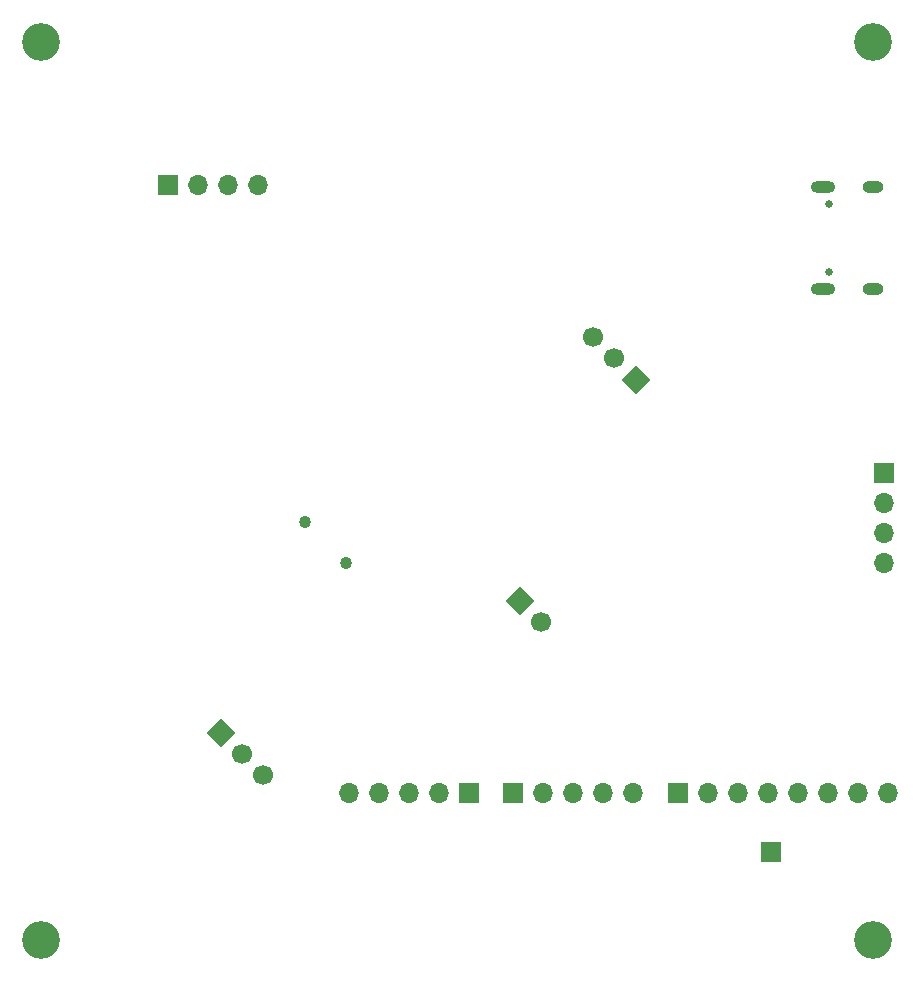
<source format=gbr>
%TF.GenerationSoftware,KiCad,Pcbnew,9.0.0*%
%TF.CreationDate,2025-03-24T18:02:28-05:00*%
%TF.ProjectId,Project 2.0,50726f6a-6563-4742-9032-2e302e6b6963,rev?*%
%TF.SameCoordinates,Original*%
%TF.FileFunction,Soldermask,Bot*%
%TF.FilePolarity,Negative*%
%FSLAX46Y46*%
G04 Gerber Fmt 4.6, Leading zero omitted, Abs format (unit mm)*
G04 Created by KiCad (PCBNEW 9.0.0) date 2025-03-24 18:02:28*
%MOMM*%
%LPD*%
G01*
G04 APERTURE LIST*
G04 Aperture macros list*
%AMHorizOval*
0 Thick line with rounded ends*
0 $1 width*
0 $2 $3 position (X,Y) of the first rounded end (center of the circle)*
0 $4 $5 position (X,Y) of the second rounded end (center of the circle)*
0 Add line between two ends*
20,1,$1,$2,$3,$4,$5,0*
0 Add two circle primitives to create the rounded ends*
1,1,$1,$2,$3*
1,1,$1,$4,$5*%
%AMRotRect*
0 Rectangle, with rotation*
0 The origin of the aperture is its center*
0 $1 length*
0 $2 width*
0 $3 Rotation angle, in degrees counterclockwise*
0 Add horizontal line*
21,1,$1,$2,0,0,$3*%
G04 Aperture macros list end*
%ADD10R,1.700000X1.700000*%
%ADD11O,1.700000X1.700000*%
%ADD12C,0.650000*%
%ADD13O,2.100000X1.000000*%
%ADD14O,1.800000X1.000000*%
%ADD15C,3.200000*%
%ADD16RotRect,1.700000X1.700000X45.000000*%
%ADD17HorizOval,1.700000X0.000000X0.000000X0.000000X0.000000X0*%
%ADD18RotRect,1.700000X1.700000X225.000000*%
%ADD19HorizOval,1.700000X0.000000X0.000000X0.000000X0.000000X0*%
%ADD20C,1.030000*%
G04 APERTURE END LIST*
D10*
%TO.C,J7*%
X175353375Y-144585608D03*
%TD*%
%TO.C,J8*%
X184853375Y-112505608D03*
D11*
X184853375Y-115045608D03*
X184853375Y-117585608D03*
X184853375Y-120125608D03*
%TD*%
D10*
%TO.C,J4*%
X153478375Y-139585608D03*
D11*
X156018375Y-139585608D03*
X158558374Y-139585608D03*
X161098375Y-139585608D03*
X163638375Y-139585608D03*
%TD*%
D12*
%TO.C,J11*%
X180248375Y-95475608D03*
X180248375Y-89695608D03*
D13*
X179748375Y-96905608D03*
D14*
X183928375Y-96905608D03*
D13*
X179748375Y-88265608D03*
D14*
X183928375Y-88265608D03*
%TD*%
D15*
%TO.C,H4*%
X184000000Y-152000000D03*
%TD*%
D10*
%TO.C,J6*%
X167478375Y-139585608D03*
D11*
X170018375Y-139585608D03*
X172558374Y-139585608D03*
X175098375Y-139585608D03*
X177638375Y-139585608D03*
X180178375Y-139585608D03*
X182718375Y-139585608D03*
X185258376Y-139585608D03*
%TD*%
D15*
%TO.C,H1*%
X184000000Y-76000000D03*
%TD*%
D16*
%TO.C,J3*%
X128761273Y-134493506D03*
D17*
X130557324Y-136289557D03*
X132353375Y-138085608D03*
%TD*%
D10*
%TO.C,J2*%
X149753375Y-139585608D03*
D11*
X147213375Y-139585608D03*
X144673375Y-139585608D03*
X142133375Y-139585608D03*
X139593375Y-139585608D03*
%TD*%
D10*
%TO.C,J10*%
X124233375Y-88085608D03*
D11*
X126773375Y-88085608D03*
X129313375Y-88085608D03*
X131853375Y-88085608D03*
%TD*%
D18*
%TO.C,J9*%
X163853375Y-104585608D03*
D19*
X162057324Y-102789557D03*
X160261273Y-100993506D03*
%TD*%
D15*
%TO.C,H3*%
X113500000Y-152000000D03*
%TD*%
%TO.C,H2*%
X113500000Y-76000000D03*
%TD*%
D20*
%TO.C,Y1*%
X135902693Y-116634926D03*
X139353375Y-120085608D03*
%TD*%
D16*
%TO.C,J5*%
X154057324Y-123289557D03*
D17*
X155853375Y-125085608D03*
%TD*%
M02*

</source>
